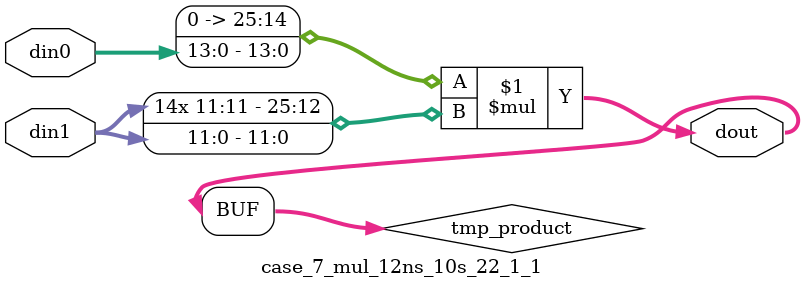
<source format=v>

`timescale 1 ns / 1 ps

 (* use_dsp = "no" *)  module case_7_mul_12ns_10s_22_1_1(din0, din1, dout);
parameter ID = 1;
parameter NUM_STAGE = 0;
parameter din0_WIDTH = 14;
parameter din1_WIDTH = 12;
parameter dout_WIDTH = 26;

input [din0_WIDTH - 1 : 0] din0; 
input [din1_WIDTH - 1 : 0] din1; 
output [dout_WIDTH - 1 : 0] dout;

wire signed [dout_WIDTH - 1 : 0] tmp_product;

























assign tmp_product = $signed({1'b0, din0}) * $signed(din1);










assign dout = tmp_product;





















endmodule

</source>
